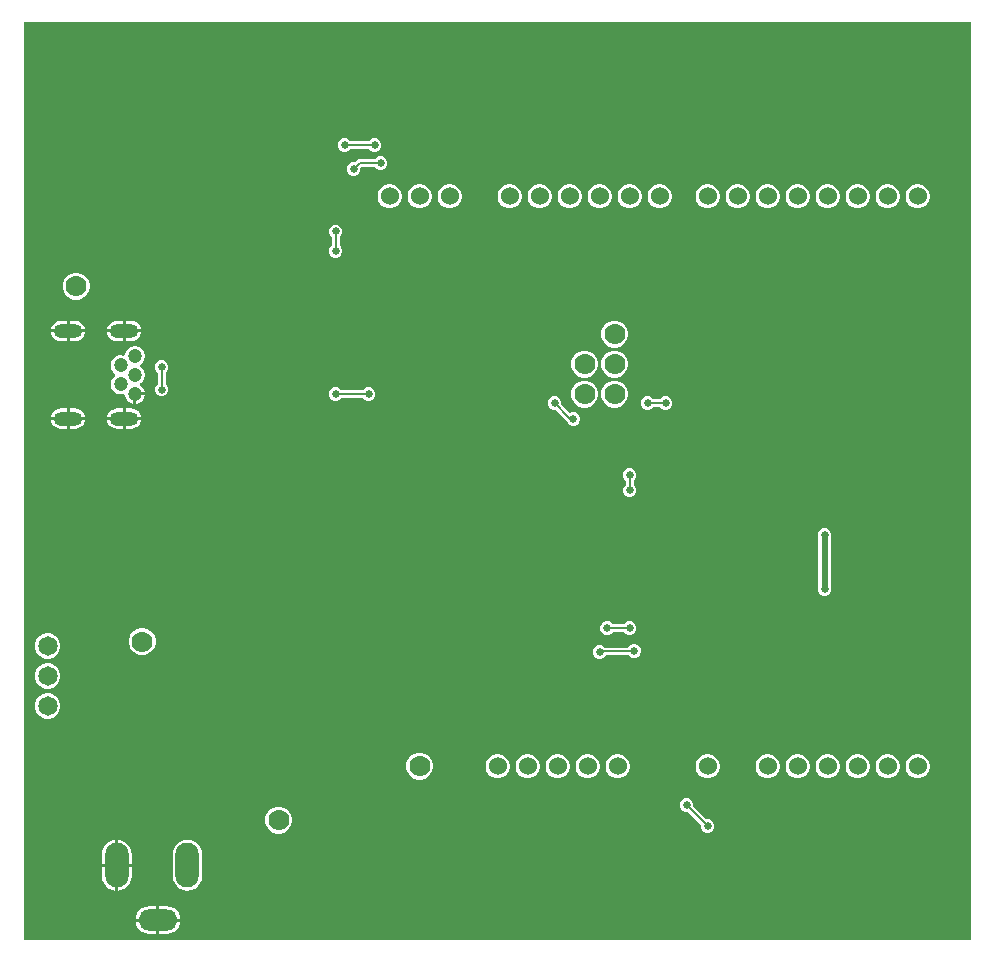
<source format=gbl>
G04*
G04 #@! TF.GenerationSoftware,Altium Limited,Altium Designer,21.8.1 (53)*
G04*
G04 Layer_Physical_Order=2*
G04 Layer_Color=16711680*
%FSLAX25Y25*%
%MOIN*%
G70*
G04*
G04 #@! TF.SameCoordinates,28AFC469-8C40-47C5-92FE-A73FC46FB42A*
G04*
G04*
G04 #@! TF.FilePolarity,Positive*
G04*
G01*
G75*
%ADD11C,0.00600*%
%ADD34C,0.02000*%
%ADD54C,0.06000*%
%ADD55C,0.07000*%
%ADD56O,0.09449X0.04724*%
%ADD57C,0.04724*%
%ADD58C,0.06496*%
%ADD59O,0.12992X0.07087*%
%ADD60O,0.07874X0.14961*%
%ADD61C,0.02500*%
G36*
X317961Y2039D02*
X2039D01*
Y307961D01*
X317961D01*
Y2039D01*
D02*
G37*
%LPC*%
G36*
X119448Y269250D02*
X118552D01*
X117726Y268907D01*
X117143Y268325D01*
X110856D01*
X110275Y268907D01*
X109448Y269250D01*
X108552D01*
X107726Y268907D01*
X107092Y268274D01*
X106750Y267448D01*
Y266552D01*
X107092Y265725D01*
X107726Y265092D01*
X108552Y264750D01*
X109448D01*
X110275Y265092D01*
X110856Y265674D01*
X117143D01*
X117726Y265092D01*
X118552Y264750D01*
X119448D01*
X120274Y265092D01*
X120907Y265725D01*
X121250Y266552D01*
Y267448D01*
X120907Y268274D01*
X120274Y268907D01*
X119448Y269250D01*
D02*
G37*
G36*
X121448Y263250D02*
X120552D01*
X119726Y262908D01*
X119143Y262326D01*
X114000D01*
X113493Y262225D01*
X113063Y261937D01*
X112375Y261250D01*
X111552D01*
X110725Y260908D01*
X110092Y260275D01*
X109750Y259448D01*
Y258552D01*
X110092Y257726D01*
X110725Y257092D01*
X111552Y256750D01*
X112448D01*
X113275Y257092D01*
X113908Y257726D01*
X114250Y258552D01*
Y259376D01*
X114549Y259675D01*
X119143D01*
X119726Y259092D01*
X120552Y258750D01*
X121448D01*
X122274Y259092D01*
X122907Y259725D01*
X123250Y260552D01*
Y261448D01*
X122907Y262275D01*
X122274Y262908D01*
X121448Y263250D01*
D02*
G37*
G36*
X300527Y254000D02*
X299473D01*
X298456Y253727D01*
X297544Y253201D01*
X296799Y252456D01*
X296273Y251544D01*
X296000Y250527D01*
Y249473D01*
X296273Y248456D01*
X296799Y247544D01*
X297544Y246799D01*
X298456Y246273D01*
X299473Y246000D01*
X300527D01*
X301544Y246273D01*
X302456Y246799D01*
X303201Y247544D01*
X303727Y248456D01*
X304000Y249473D01*
Y250527D01*
X303727Y251544D01*
X303201Y252456D01*
X302456Y253201D01*
X301544Y253727D01*
X300527Y254000D01*
D02*
G37*
G36*
X290527D02*
X289473D01*
X288456Y253727D01*
X287544Y253201D01*
X286799Y252456D01*
X286273Y251544D01*
X286000Y250527D01*
Y249473D01*
X286273Y248456D01*
X286799Y247544D01*
X287544Y246799D01*
X288456Y246273D01*
X289473Y246000D01*
X290527D01*
X291544Y246273D01*
X292456Y246799D01*
X293201Y247544D01*
X293727Y248456D01*
X294000Y249473D01*
Y250527D01*
X293727Y251544D01*
X293201Y252456D01*
X292456Y253201D01*
X291544Y253727D01*
X290527Y254000D01*
D02*
G37*
G36*
X280527D02*
X279473D01*
X278456Y253727D01*
X277544Y253201D01*
X276799Y252456D01*
X276273Y251544D01*
X276000Y250527D01*
Y249473D01*
X276273Y248456D01*
X276799Y247544D01*
X277544Y246799D01*
X278456Y246273D01*
X279473Y246000D01*
X280527D01*
X281544Y246273D01*
X282456Y246799D01*
X283201Y247544D01*
X283727Y248456D01*
X284000Y249473D01*
Y250527D01*
X283727Y251544D01*
X283201Y252456D01*
X282456Y253201D01*
X281544Y253727D01*
X280527Y254000D01*
D02*
G37*
G36*
X270527D02*
X269473D01*
X268456Y253727D01*
X267544Y253201D01*
X266799Y252456D01*
X266273Y251544D01*
X266000Y250527D01*
Y249473D01*
X266273Y248456D01*
X266799Y247544D01*
X267544Y246799D01*
X268456Y246273D01*
X269473Y246000D01*
X270527D01*
X271544Y246273D01*
X272456Y246799D01*
X273201Y247544D01*
X273727Y248456D01*
X274000Y249473D01*
Y250527D01*
X273727Y251544D01*
X273201Y252456D01*
X272456Y253201D01*
X271544Y253727D01*
X270527Y254000D01*
D02*
G37*
G36*
X260527D02*
X259473D01*
X258456Y253727D01*
X257544Y253201D01*
X256799Y252456D01*
X256273Y251544D01*
X256000Y250527D01*
Y249473D01*
X256273Y248456D01*
X256799Y247544D01*
X257544Y246799D01*
X258456Y246273D01*
X259473Y246000D01*
X260527D01*
X261544Y246273D01*
X262456Y246799D01*
X263201Y247544D01*
X263727Y248456D01*
X264000Y249473D01*
Y250527D01*
X263727Y251544D01*
X263201Y252456D01*
X262456Y253201D01*
X261544Y253727D01*
X260527Y254000D01*
D02*
G37*
G36*
X250527D02*
X249473D01*
X248456Y253727D01*
X247544Y253201D01*
X246799Y252456D01*
X246273Y251544D01*
X246000Y250527D01*
Y249473D01*
X246273Y248456D01*
X246799Y247544D01*
X247544Y246799D01*
X248456Y246273D01*
X249473Y246000D01*
X250527D01*
X251544Y246273D01*
X252456Y246799D01*
X253201Y247544D01*
X253727Y248456D01*
X254000Y249473D01*
Y250527D01*
X253727Y251544D01*
X253201Y252456D01*
X252456Y253201D01*
X251544Y253727D01*
X250527Y254000D01*
D02*
G37*
G36*
X240527D02*
X239473D01*
X238456Y253727D01*
X237544Y253201D01*
X236799Y252456D01*
X236273Y251544D01*
X236000Y250527D01*
Y249473D01*
X236273Y248456D01*
X236799Y247544D01*
X237544Y246799D01*
X238456Y246273D01*
X239473Y246000D01*
X240527D01*
X241544Y246273D01*
X242456Y246799D01*
X243201Y247544D01*
X243727Y248456D01*
X244000Y249473D01*
Y250527D01*
X243727Y251544D01*
X243201Y252456D01*
X242456Y253201D01*
X241544Y253727D01*
X240527Y254000D01*
D02*
G37*
G36*
X230527D02*
X229473D01*
X228456Y253727D01*
X227544Y253201D01*
X226799Y252456D01*
X226273Y251544D01*
X226000Y250527D01*
Y249473D01*
X226273Y248456D01*
X226799Y247544D01*
X227544Y246799D01*
X228456Y246273D01*
X229473Y246000D01*
X230527D01*
X231544Y246273D01*
X232456Y246799D01*
X233201Y247544D01*
X233727Y248456D01*
X234000Y249473D01*
Y250527D01*
X233727Y251544D01*
X233201Y252456D01*
X232456Y253201D01*
X231544Y253727D01*
X230527Y254000D01*
D02*
G37*
G36*
X214527D02*
X213473D01*
X212456Y253727D01*
X211544Y253201D01*
X210799Y252456D01*
X210273Y251544D01*
X210000Y250527D01*
Y249473D01*
X210273Y248456D01*
X210799Y247544D01*
X211544Y246799D01*
X212456Y246273D01*
X213473Y246000D01*
X214527D01*
X215544Y246273D01*
X216456Y246799D01*
X217201Y247544D01*
X217727Y248456D01*
X218000Y249473D01*
Y250527D01*
X217727Y251544D01*
X217201Y252456D01*
X216456Y253201D01*
X215544Y253727D01*
X214527Y254000D01*
D02*
G37*
G36*
X204527D02*
X203473D01*
X202456Y253727D01*
X201544Y253201D01*
X200799Y252456D01*
X200273Y251544D01*
X200000Y250527D01*
Y249473D01*
X200273Y248456D01*
X200799Y247544D01*
X201544Y246799D01*
X202456Y246273D01*
X203473Y246000D01*
X204527D01*
X205544Y246273D01*
X206456Y246799D01*
X207201Y247544D01*
X207727Y248456D01*
X208000Y249473D01*
Y250527D01*
X207727Y251544D01*
X207201Y252456D01*
X206456Y253201D01*
X205544Y253727D01*
X204527Y254000D01*
D02*
G37*
G36*
X194527D02*
X193473D01*
X192456Y253727D01*
X191544Y253201D01*
X190799Y252456D01*
X190273Y251544D01*
X190000Y250527D01*
Y249473D01*
X190273Y248456D01*
X190799Y247544D01*
X191544Y246799D01*
X192456Y246273D01*
X193473Y246000D01*
X194527D01*
X195544Y246273D01*
X196456Y246799D01*
X197201Y247544D01*
X197727Y248456D01*
X198000Y249473D01*
Y250527D01*
X197727Y251544D01*
X197201Y252456D01*
X196456Y253201D01*
X195544Y253727D01*
X194527Y254000D01*
D02*
G37*
G36*
X184527D02*
X183473D01*
X182456Y253727D01*
X181544Y253201D01*
X180799Y252456D01*
X180273Y251544D01*
X180000Y250527D01*
Y249473D01*
X180273Y248456D01*
X180799Y247544D01*
X181544Y246799D01*
X182456Y246273D01*
X183473Y246000D01*
X184527D01*
X185544Y246273D01*
X186456Y246799D01*
X187201Y247544D01*
X187727Y248456D01*
X188000Y249473D01*
Y250527D01*
X187727Y251544D01*
X187201Y252456D01*
X186456Y253201D01*
X185544Y253727D01*
X184527Y254000D01*
D02*
G37*
G36*
X174527D02*
X173473D01*
X172456Y253727D01*
X171544Y253201D01*
X170799Y252456D01*
X170273Y251544D01*
X170000Y250527D01*
Y249473D01*
X170273Y248456D01*
X170799Y247544D01*
X171544Y246799D01*
X172456Y246273D01*
X173473Y246000D01*
X174527D01*
X175544Y246273D01*
X176456Y246799D01*
X177201Y247544D01*
X177727Y248456D01*
X178000Y249473D01*
Y250527D01*
X177727Y251544D01*
X177201Y252456D01*
X176456Y253201D01*
X175544Y253727D01*
X174527Y254000D01*
D02*
G37*
G36*
X164527D02*
X163473D01*
X162456Y253727D01*
X161544Y253201D01*
X160799Y252456D01*
X160273Y251544D01*
X160000Y250527D01*
Y249473D01*
X160273Y248456D01*
X160799Y247544D01*
X161544Y246799D01*
X162456Y246273D01*
X163473Y246000D01*
X164527D01*
X165544Y246273D01*
X166456Y246799D01*
X167201Y247544D01*
X167727Y248456D01*
X168000Y249473D01*
Y250527D01*
X167727Y251544D01*
X167201Y252456D01*
X166456Y253201D01*
X165544Y253727D01*
X164527Y254000D01*
D02*
G37*
G36*
X144527D02*
X143473D01*
X142456Y253727D01*
X141544Y253201D01*
X140799Y252456D01*
X140273Y251544D01*
X140000Y250527D01*
Y249473D01*
X140273Y248456D01*
X140799Y247544D01*
X141544Y246799D01*
X142456Y246273D01*
X143473Y246000D01*
X144527D01*
X145544Y246273D01*
X146456Y246799D01*
X147201Y247544D01*
X147727Y248456D01*
X148000Y249473D01*
Y250527D01*
X147727Y251544D01*
X147201Y252456D01*
X146456Y253201D01*
X145544Y253727D01*
X144527Y254000D01*
D02*
G37*
G36*
X134527D02*
X133473D01*
X132456Y253727D01*
X131544Y253201D01*
X130799Y252456D01*
X130273Y251544D01*
X130000Y250527D01*
Y249473D01*
X130273Y248456D01*
X130799Y247544D01*
X131544Y246799D01*
X132456Y246273D01*
X133473Y246000D01*
X134527D01*
X135544Y246273D01*
X136456Y246799D01*
X137201Y247544D01*
X137727Y248456D01*
X138000Y249473D01*
Y250527D01*
X137727Y251544D01*
X137201Y252456D01*
X136456Y253201D01*
X135544Y253727D01*
X134527Y254000D01*
D02*
G37*
G36*
X124527D02*
X123473D01*
X122456Y253727D01*
X121544Y253201D01*
X120799Y252456D01*
X120273Y251544D01*
X120000Y250527D01*
Y249473D01*
X120273Y248456D01*
X120799Y247544D01*
X121544Y246799D01*
X122456Y246273D01*
X123473Y246000D01*
X124527D01*
X125544Y246273D01*
X126456Y246799D01*
X127201Y247544D01*
X127727Y248456D01*
X128000Y249473D01*
Y250527D01*
X127727Y251544D01*
X127201Y252456D01*
X126456Y253201D01*
X125544Y253727D01*
X124527Y254000D01*
D02*
G37*
G36*
X106448Y240500D02*
X105552D01*
X104726Y240158D01*
X104093Y239525D01*
X103750Y238698D01*
Y237802D01*
X104093Y236976D01*
X104674Y236393D01*
Y233607D01*
X104093Y233025D01*
X103750Y232198D01*
Y231302D01*
X104093Y230475D01*
X104726Y229842D01*
X105552Y229500D01*
X106448D01*
X107274Y229842D01*
X107907Y230475D01*
X108250Y231302D01*
Y232198D01*
X107907Y233025D01*
X107325Y233607D01*
Y236393D01*
X107907Y236976D01*
X108250Y237802D01*
Y238698D01*
X107907Y239525D01*
X107274Y240158D01*
X106448Y240500D01*
D02*
G37*
G36*
X20092Y224500D02*
X18908D01*
X17763Y224193D01*
X16737Y223601D01*
X15899Y222763D01*
X15307Y221737D01*
X15000Y220592D01*
Y219408D01*
X15307Y218263D01*
X15899Y217237D01*
X16737Y216399D01*
X17763Y215807D01*
X18908Y215500D01*
X20092D01*
X21237Y215807D01*
X22263Y216399D01*
X23101Y217237D01*
X23693Y218263D01*
X24000Y219408D01*
Y220592D01*
X23693Y221737D01*
X23101Y222763D01*
X22263Y223601D01*
X21237Y224193D01*
X20092Y224500D01*
D02*
G37*
G36*
X37938Y208537D02*
X36075D01*
Y205645D01*
X41263D01*
X41213Y206023D01*
X40874Y206841D01*
X40336Y207543D01*
X39633Y208082D01*
X38815Y208421D01*
X37938Y208537D01*
D02*
G37*
G36*
X19237D02*
X17375D01*
Y205645D01*
X22562D01*
X22512Y206023D01*
X22174Y206841D01*
X21635Y207543D01*
X20932Y208082D01*
X20114Y208421D01*
X19237Y208537D01*
D02*
G37*
G36*
X35075D02*
X33213D01*
X32335Y208421D01*
X31518Y208082D01*
X30815Y207543D01*
X30276Y206841D01*
X29937Y206023D01*
X29888Y205645D01*
X35075D01*
Y208537D01*
D02*
G37*
G36*
X16375D02*
X14512D01*
X13635Y208421D01*
X12817Y208082D01*
X12114Y207543D01*
X11575Y206841D01*
X11237Y206023D01*
X11187Y205645D01*
X16375D01*
Y208537D01*
D02*
G37*
G36*
X41263Y204645D02*
X36075D01*
Y201754D01*
X37938D01*
X38815Y201870D01*
X39633Y202209D01*
X40336Y202748D01*
X40874Y203450D01*
X41213Y204268D01*
X41263Y204645D01*
D02*
G37*
G36*
X35075D02*
X29888D01*
X29937Y204268D01*
X30276Y203450D01*
X30815Y202748D01*
X31518Y202209D01*
X32335Y201870D01*
X33213Y201754D01*
X35075D01*
Y204645D01*
D02*
G37*
G36*
X22562D02*
X17375D01*
Y201754D01*
X19237D01*
X20114Y201870D01*
X20932Y202209D01*
X21635Y202748D01*
X22174Y203450D01*
X22512Y204268D01*
X22562Y204645D01*
D02*
G37*
G36*
X16375D02*
X11187D01*
X11237Y204268D01*
X11575Y203450D01*
X12114Y202748D01*
X12817Y202209D01*
X13635Y201870D01*
X14512Y201754D01*
X16375D01*
Y204645D01*
D02*
G37*
G36*
X199592Y208500D02*
X198408D01*
X197263Y208193D01*
X196237Y207601D01*
X195399Y206763D01*
X194807Y205737D01*
X194500Y204592D01*
Y203408D01*
X194807Y202263D01*
X195399Y201237D01*
X196237Y200399D01*
X197263Y199807D01*
X198408Y199500D01*
X199592D01*
X200737Y199807D01*
X201763Y200399D01*
X202601Y201237D01*
X203193Y202263D01*
X203500Y203408D01*
Y204592D01*
X203193Y205737D01*
X202601Y206763D01*
X201763Y207601D01*
X200737Y208193D01*
X199592Y208500D01*
D02*
G37*
G36*
X39568Y200083D02*
X38683D01*
X37828Y199854D01*
X37061Y199411D01*
X36435Y198785D01*
X35992Y198018D01*
X35763Y197163D01*
X35263Y196817D01*
X34829Y196934D01*
X33944D01*
X33089Y196705D01*
X32322Y196262D01*
X31696Y195636D01*
X31253Y194869D01*
X31024Y194014D01*
Y193129D01*
X31253Y192274D01*
X31696Y191507D01*
X32322Y190881D01*
X32617Y190711D01*
Y190133D01*
X32322Y189963D01*
X31696Y189337D01*
X31253Y188570D01*
X31024Y187715D01*
Y186830D01*
X31253Y185975D01*
X31696Y185208D01*
X32322Y184582D01*
X33089Y184139D01*
X33944Y183910D01*
X34829D01*
X35263Y184027D01*
X35763Y183680D01*
X35992Y182825D01*
X36435Y182058D01*
X37061Y181432D01*
X37828Y180989D01*
X38625Y180776D01*
Y184123D01*
X39125D01*
Y184623D01*
X42472D01*
X42259Y185420D01*
X41816Y186187D01*
X41190Y186813D01*
X40895Y186983D01*
Y187561D01*
X41190Y187731D01*
X41816Y188357D01*
X42259Y189124D01*
X42488Y189979D01*
Y190864D01*
X42259Y191719D01*
X41816Y192486D01*
X41190Y193112D01*
X40895Y193282D01*
Y193860D01*
X41190Y194030D01*
X41816Y194656D01*
X42259Y195423D01*
X42488Y196278D01*
Y197163D01*
X42259Y198018D01*
X41816Y198785D01*
X41190Y199411D01*
X40423Y199854D01*
X39568Y200083D01*
D02*
G37*
G36*
X199592Y198500D02*
X198408D01*
X197263Y198193D01*
X196237Y197601D01*
X195399Y196763D01*
X194807Y195737D01*
X194500Y194592D01*
Y193408D01*
X194807Y192263D01*
X195399Y191237D01*
X196237Y190399D01*
X197263Y189807D01*
X198408Y189500D01*
X199592D01*
X200737Y189807D01*
X201763Y190399D01*
X202601Y191237D01*
X203193Y192263D01*
X203500Y193408D01*
Y194592D01*
X203193Y195737D01*
X202601Y196763D01*
X201763Y197601D01*
X200737Y198193D01*
X199592Y198500D01*
D02*
G37*
G36*
X189592D02*
X188408D01*
X187263Y198193D01*
X186237Y197601D01*
X185399Y196763D01*
X184807Y195737D01*
X184500Y194592D01*
Y193408D01*
X184807Y192263D01*
X185399Y191237D01*
X186237Y190399D01*
X187263Y189807D01*
X188408Y189500D01*
X189592D01*
X190737Y189807D01*
X191763Y190399D01*
X192601Y191237D01*
X193193Y192263D01*
X193500Y193408D01*
Y194592D01*
X193193Y195737D01*
X192601Y196763D01*
X191763Y197601D01*
X190737Y198193D01*
X189592Y198500D01*
D02*
G37*
G36*
X117448Y186250D02*
X116552D01*
X115726Y185907D01*
X115144Y185326D01*
X107857D01*
X107274Y185907D01*
X106448Y186250D01*
X105552D01*
X104726Y185907D01*
X104093Y185275D01*
X103750Y184448D01*
Y183552D01*
X104093Y182726D01*
X104726Y182092D01*
X105552Y181750D01*
X106448D01*
X107274Y182092D01*
X107857Y182675D01*
X115144D01*
X115726Y182092D01*
X116552Y181750D01*
X117448D01*
X118274Y182092D01*
X118907Y182726D01*
X119250Y183552D01*
Y184448D01*
X118907Y185275D01*
X118274Y185907D01*
X117448Y186250D01*
D02*
G37*
G36*
X48448Y195250D02*
X47552D01*
X46725Y194907D01*
X46093Y194274D01*
X45750Y193448D01*
Y192552D01*
X46093Y191726D01*
X46674Y191144D01*
Y187356D01*
X46093Y186775D01*
X45750Y185948D01*
Y185052D01*
X46093Y184225D01*
X46725Y183592D01*
X47552Y183250D01*
X48448D01*
X49275Y183592D01*
X49907Y184225D01*
X50250Y185052D01*
Y185948D01*
X49907Y186775D01*
X49325Y187356D01*
Y191144D01*
X49907Y191726D01*
X50250Y192552D01*
Y193448D01*
X49907Y194274D01*
X49275Y194907D01*
X48448Y195250D01*
D02*
G37*
G36*
X216448Y183250D02*
X215552D01*
X214725Y182907D01*
X214143Y182325D01*
X211857D01*
X211275Y182907D01*
X210448Y183250D01*
X209552D01*
X208726Y182907D01*
X208092Y182274D01*
X207750Y181448D01*
Y180552D01*
X208092Y179726D01*
X208726Y179093D01*
X209552Y178750D01*
X210448D01*
X211275Y179093D01*
X211857Y179674D01*
X214143D01*
X214725Y179093D01*
X215552Y178750D01*
X216448D01*
X217274Y179093D01*
X217908Y179726D01*
X218250Y180552D01*
Y181448D01*
X217908Y182274D01*
X217274Y182907D01*
X216448Y183250D01*
D02*
G37*
G36*
X42472Y183623D02*
X39625D01*
Y180776D01*
X40423Y180989D01*
X41190Y181432D01*
X41816Y182058D01*
X42259Y182825D01*
X42472Y183623D01*
D02*
G37*
G36*
X199592Y188500D02*
X198408D01*
X197263Y188193D01*
X196237Y187601D01*
X195399Y186763D01*
X194807Y185737D01*
X194500Y184592D01*
Y183408D01*
X194807Y182263D01*
X195399Y181237D01*
X196237Y180399D01*
X197263Y179807D01*
X198408Y179500D01*
X199592D01*
X200737Y179807D01*
X201763Y180399D01*
X202601Y181237D01*
X203193Y182263D01*
X203500Y183408D01*
Y184592D01*
X203193Y185737D01*
X202601Y186763D01*
X201763Y187601D01*
X200737Y188193D01*
X199592Y188500D01*
D02*
G37*
G36*
X189592D02*
X188408D01*
X187263Y188193D01*
X186237Y187601D01*
X185399Y186763D01*
X184807Y185737D01*
X184500Y184592D01*
Y183408D01*
X184807Y182263D01*
X185399Y181237D01*
X186237Y180399D01*
X187263Y179807D01*
X188408Y179500D01*
X189592D01*
X190737Y179807D01*
X191763Y180399D01*
X192601Y181237D01*
X193193Y182263D01*
X193500Y183408D01*
Y184592D01*
X193193Y185737D01*
X192601Y186763D01*
X191763Y187601D01*
X190737Y188193D01*
X189592Y188500D01*
D02*
G37*
G36*
X37938Y179246D02*
X36075D01*
Y176355D01*
X41263D01*
X41213Y176732D01*
X40874Y177550D01*
X40336Y178252D01*
X39633Y178791D01*
X38815Y179130D01*
X37938Y179246D01*
D02*
G37*
G36*
X19237D02*
X17375D01*
Y176355D01*
X22562D01*
X22512Y176732D01*
X22174Y177550D01*
X21635Y178252D01*
X20932Y178791D01*
X20114Y179130D01*
X19237Y179246D01*
D02*
G37*
G36*
X35075D02*
X33213D01*
X32335Y179130D01*
X31518Y178791D01*
X30815Y178252D01*
X30276Y177550D01*
X29937Y176732D01*
X29888Y176355D01*
X35075D01*
Y179246D01*
D02*
G37*
G36*
X16375D02*
X14512D01*
X13635Y179130D01*
X12817Y178791D01*
X12114Y178252D01*
X11575Y177550D01*
X11237Y176732D01*
X11187Y176355D01*
X16375D01*
Y179246D01*
D02*
G37*
G36*
X179448Y183250D02*
X178552D01*
X177726Y182907D01*
X177093Y182274D01*
X176750Y181448D01*
Y180552D01*
X177093Y179726D01*
X177726Y179093D01*
X178552Y178750D01*
X179376D01*
X182997Y175128D01*
X183140Y175033D01*
X183391Y174427D01*
X184024Y173794D01*
X184851Y173452D01*
X185746D01*
X186573Y173794D01*
X187206Y174427D01*
X187548Y175254D01*
Y176149D01*
X187206Y176976D01*
X186573Y177609D01*
X185746Y177952D01*
X184851D01*
X184194Y177680D01*
X181250Y180624D01*
Y181448D01*
X180907Y182274D01*
X180274Y182907D01*
X179448Y183250D01*
D02*
G37*
G36*
X41263Y175355D02*
X36075D01*
Y172463D01*
X37938D01*
X38815Y172579D01*
X39633Y172918D01*
X40336Y173457D01*
X40874Y174159D01*
X41213Y174977D01*
X41263Y175355D01*
D02*
G37*
G36*
X35075D02*
X29888D01*
X29937Y174977D01*
X30276Y174159D01*
X30815Y173457D01*
X31518Y172918D01*
X32335Y172579D01*
X33213Y172463D01*
X35075D01*
Y175355D01*
D02*
G37*
G36*
X22562D02*
X17375D01*
Y172463D01*
X19237D01*
X20114Y172579D01*
X20932Y172918D01*
X21635Y173457D01*
X22174Y174159D01*
X22512Y174977D01*
X22562Y175355D01*
D02*
G37*
G36*
X16375D02*
X11187D01*
X11237Y174977D01*
X11575Y174159D01*
X12114Y173457D01*
X12817Y172918D01*
X13635Y172579D01*
X14512Y172463D01*
X16375D01*
Y175355D01*
D02*
G37*
G36*
X204448Y159250D02*
X203552D01*
X202726Y158907D01*
X202093Y158274D01*
X201750Y157448D01*
Y156552D01*
X202093Y155726D01*
X202675Y155143D01*
Y153756D01*
X202093Y153174D01*
X201750Y152348D01*
Y151452D01*
X202093Y150626D01*
X202726Y149993D01*
X203552Y149650D01*
X204448D01*
X205275Y149993D01*
X205908Y150626D01*
X206250Y151452D01*
Y152348D01*
X205908Y153174D01*
X205326Y153756D01*
Y155143D01*
X205908Y155726D01*
X206250Y156552D01*
Y157448D01*
X205908Y158274D01*
X205275Y158907D01*
X204448Y159250D01*
D02*
G37*
G36*
X269448Y139250D02*
X268552D01*
X267725Y138908D01*
X267092Y138275D01*
X266750Y137448D01*
Y136552D01*
X266961Y136044D01*
Y119957D01*
X266750Y119448D01*
Y118552D01*
X267092Y117726D01*
X267725Y117093D01*
X268552Y116750D01*
X269448D01*
X270274Y117093D01*
X270907Y117726D01*
X271250Y118552D01*
Y119448D01*
X271039Y119957D01*
Y136044D01*
X271250Y136552D01*
Y137448D01*
X270907Y138275D01*
X270274Y138908D01*
X269448Y139250D01*
D02*
G37*
G36*
X204448Y108250D02*
X203552D01*
X202726Y107907D01*
X202144Y107325D01*
X198407D01*
X197825Y107907D01*
X196998Y108250D01*
X196102D01*
X195275Y107907D01*
X194642Y107274D01*
X194300Y106448D01*
Y105552D01*
X194642Y104726D01*
X195275Y104093D01*
X196102Y103750D01*
X196998D01*
X197825Y104093D01*
X198407Y104674D01*
X202144D01*
X202726Y104093D01*
X203552Y103750D01*
X204448D01*
X205275Y104093D01*
X205908Y104726D01*
X206250Y105552D01*
Y106448D01*
X205908Y107274D01*
X205275Y107907D01*
X204448Y108250D01*
D02*
G37*
G36*
X205948Y100698D02*
X205052D01*
X204225Y100355D01*
X203592Y99722D01*
X203521Y99549D01*
X195633D01*
X195274Y99907D01*
X194448Y100250D01*
X193552D01*
X192726Y99907D01*
X192093Y99274D01*
X191750Y98448D01*
Y97552D01*
X192093Y96725D01*
X192726Y96092D01*
X193552Y95750D01*
X194448D01*
X195274Y96092D01*
X195907Y96725D01*
X195979Y96898D01*
X203867D01*
X204225Y96540D01*
X205052Y96198D01*
X205948D01*
X206774Y96540D01*
X207407Y97173D01*
X207750Y98000D01*
Y98895D01*
X207407Y99722D01*
X206774Y100355D01*
X205948Y100698D01*
D02*
G37*
G36*
X42092Y106000D02*
X40908D01*
X39763Y105693D01*
X38737Y105101D01*
X37899Y104263D01*
X37307Y103237D01*
X37000Y102092D01*
Y100908D01*
X37307Y99763D01*
X37899Y98737D01*
X38737Y97899D01*
X39763Y97307D01*
X40908Y97000D01*
X42092D01*
X43237Y97307D01*
X44263Y97899D01*
X45101Y98737D01*
X45693Y99763D01*
X46000Y100908D01*
Y102092D01*
X45693Y103237D01*
X45101Y104263D01*
X44263Y105101D01*
X43237Y105693D01*
X42092Y106000D01*
D02*
G37*
G36*
X10559Y104248D02*
X9441D01*
X8360Y103958D01*
X7392Y103399D01*
X6601Y102608D01*
X6041Y101640D01*
X5752Y100559D01*
Y99441D01*
X6041Y98360D01*
X6601Y97392D01*
X7392Y96601D01*
X8360Y96042D01*
X9441Y95752D01*
X10559D01*
X11640Y96042D01*
X12608Y96601D01*
X13399Y97392D01*
X13959Y98360D01*
X14248Y99441D01*
Y100559D01*
X13959Y101640D01*
X13399Y102608D01*
X12608Y103399D01*
X11640Y103958D01*
X10559Y104248D01*
D02*
G37*
G36*
Y94248D02*
X9441D01*
X8360Y93958D01*
X7392Y93399D01*
X6601Y92608D01*
X6041Y91640D01*
X5752Y90559D01*
Y89441D01*
X6041Y88360D01*
X6601Y87392D01*
X7392Y86601D01*
X8360Y86041D01*
X9441Y85752D01*
X10559D01*
X11640Y86041D01*
X12608Y86601D01*
X13399Y87392D01*
X13959Y88360D01*
X14248Y89441D01*
Y90559D01*
X13959Y91640D01*
X13399Y92608D01*
X12608Y93399D01*
X11640Y93958D01*
X10559Y94248D01*
D02*
G37*
G36*
Y84248D02*
X9441D01*
X8360Y83959D01*
X7392Y83399D01*
X6601Y82608D01*
X6041Y81640D01*
X5752Y80559D01*
Y79441D01*
X6041Y78360D01*
X6601Y77392D01*
X7392Y76601D01*
X8360Y76042D01*
X9441Y75752D01*
X10559D01*
X11640Y76042D01*
X12608Y76601D01*
X13399Y77392D01*
X13959Y78360D01*
X14248Y79441D01*
Y80559D01*
X13959Y81640D01*
X13399Y82608D01*
X12608Y83399D01*
X11640Y83959D01*
X10559Y84248D01*
D02*
G37*
G36*
X300527Y64000D02*
X299473D01*
X298456Y63727D01*
X297544Y63201D01*
X296799Y62456D01*
X296273Y61544D01*
X296000Y60527D01*
Y59473D01*
X296273Y58456D01*
X296799Y57544D01*
X297544Y56799D01*
X298456Y56273D01*
X299473Y56000D01*
X300527D01*
X301544Y56273D01*
X302456Y56799D01*
X303201Y57544D01*
X303727Y58456D01*
X304000Y59473D01*
Y60527D01*
X303727Y61544D01*
X303201Y62456D01*
X302456Y63201D01*
X301544Y63727D01*
X300527Y64000D01*
D02*
G37*
G36*
X290527D02*
X289473D01*
X288456Y63727D01*
X287544Y63201D01*
X286799Y62456D01*
X286273Y61544D01*
X286000Y60527D01*
Y59473D01*
X286273Y58456D01*
X286799Y57544D01*
X287544Y56799D01*
X288456Y56273D01*
X289473Y56000D01*
X290527D01*
X291544Y56273D01*
X292456Y56799D01*
X293201Y57544D01*
X293727Y58456D01*
X294000Y59473D01*
Y60527D01*
X293727Y61544D01*
X293201Y62456D01*
X292456Y63201D01*
X291544Y63727D01*
X290527Y64000D01*
D02*
G37*
G36*
X280527D02*
X279473D01*
X278456Y63727D01*
X277544Y63201D01*
X276799Y62456D01*
X276273Y61544D01*
X276000Y60527D01*
Y59473D01*
X276273Y58456D01*
X276799Y57544D01*
X277544Y56799D01*
X278456Y56273D01*
X279473Y56000D01*
X280527D01*
X281544Y56273D01*
X282456Y56799D01*
X283201Y57544D01*
X283727Y58456D01*
X284000Y59473D01*
Y60527D01*
X283727Y61544D01*
X283201Y62456D01*
X282456Y63201D01*
X281544Y63727D01*
X280527Y64000D01*
D02*
G37*
G36*
X270527D02*
X269473D01*
X268456Y63727D01*
X267544Y63201D01*
X266799Y62456D01*
X266273Y61544D01*
X266000Y60527D01*
Y59473D01*
X266273Y58456D01*
X266799Y57544D01*
X267544Y56799D01*
X268456Y56273D01*
X269473Y56000D01*
X270527D01*
X271544Y56273D01*
X272456Y56799D01*
X273201Y57544D01*
X273727Y58456D01*
X274000Y59473D01*
Y60527D01*
X273727Y61544D01*
X273201Y62456D01*
X272456Y63201D01*
X271544Y63727D01*
X270527Y64000D01*
D02*
G37*
G36*
X260527D02*
X259473D01*
X258456Y63727D01*
X257544Y63201D01*
X256799Y62456D01*
X256273Y61544D01*
X256000Y60527D01*
Y59473D01*
X256273Y58456D01*
X256799Y57544D01*
X257544Y56799D01*
X258456Y56273D01*
X259473Y56000D01*
X260527D01*
X261544Y56273D01*
X262456Y56799D01*
X263201Y57544D01*
X263727Y58456D01*
X264000Y59473D01*
Y60527D01*
X263727Y61544D01*
X263201Y62456D01*
X262456Y63201D01*
X261544Y63727D01*
X260527Y64000D01*
D02*
G37*
G36*
X250527D02*
X249473D01*
X248456Y63727D01*
X247544Y63201D01*
X246799Y62456D01*
X246273Y61544D01*
X246000Y60527D01*
Y59473D01*
X246273Y58456D01*
X246799Y57544D01*
X247544Y56799D01*
X248456Y56273D01*
X249473Y56000D01*
X250527D01*
X251544Y56273D01*
X252456Y56799D01*
X253201Y57544D01*
X253727Y58456D01*
X254000Y59473D01*
Y60527D01*
X253727Y61544D01*
X253201Y62456D01*
X252456Y63201D01*
X251544Y63727D01*
X250527Y64000D01*
D02*
G37*
G36*
X230527D02*
X229473D01*
X228456Y63727D01*
X227544Y63201D01*
X226799Y62456D01*
X226273Y61544D01*
X226000Y60527D01*
Y59473D01*
X226273Y58456D01*
X226799Y57544D01*
X227544Y56799D01*
X228456Y56273D01*
X229473Y56000D01*
X230527D01*
X231544Y56273D01*
X232456Y56799D01*
X233201Y57544D01*
X233727Y58456D01*
X234000Y59473D01*
Y60527D01*
X233727Y61544D01*
X233201Y62456D01*
X232456Y63201D01*
X231544Y63727D01*
X230527Y64000D01*
D02*
G37*
G36*
X200527D02*
X199473D01*
X198456Y63727D01*
X197544Y63201D01*
X196799Y62456D01*
X196273Y61544D01*
X196000Y60527D01*
Y59473D01*
X196273Y58456D01*
X196799Y57544D01*
X197544Y56799D01*
X198456Y56273D01*
X199473Y56000D01*
X200527D01*
X201544Y56273D01*
X202456Y56799D01*
X203201Y57544D01*
X203727Y58456D01*
X204000Y59473D01*
Y60527D01*
X203727Y61544D01*
X203201Y62456D01*
X202456Y63201D01*
X201544Y63727D01*
X200527Y64000D01*
D02*
G37*
G36*
X190527D02*
X189473D01*
X188456Y63727D01*
X187544Y63201D01*
X186799Y62456D01*
X186273Y61544D01*
X186000Y60527D01*
Y59473D01*
X186273Y58456D01*
X186799Y57544D01*
X187544Y56799D01*
X188456Y56273D01*
X189473Y56000D01*
X190527D01*
X191544Y56273D01*
X192456Y56799D01*
X193201Y57544D01*
X193727Y58456D01*
X194000Y59473D01*
Y60527D01*
X193727Y61544D01*
X193201Y62456D01*
X192456Y63201D01*
X191544Y63727D01*
X190527Y64000D01*
D02*
G37*
G36*
X180527D02*
X179473D01*
X178456Y63727D01*
X177544Y63201D01*
X176799Y62456D01*
X176273Y61544D01*
X176000Y60527D01*
Y59473D01*
X176273Y58456D01*
X176799Y57544D01*
X177544Y56799D01*
X178456Y56273D01*
X179473Y56000D01*
X180527D01*
X181544Y56273D01*
X182456Y56799D01*
X183201Y57544D01*
X183727Y58456D01*
X184000Y59473D01*
Y60527D01*
X183727Y61544D01*
X183201Y62456D01*
X182456Y63201D01*
X181544Y63727D01*
X180527Y64000D01*
D02*
G37*
G36*
X170527D02*
X169473D01*
X168456Y63727D01*
X167544Y63201D01*
X166799Y62456D01*
X166273Y61544D01*
X166000Y60527D01*
Y59473D01*
X166273Y58456D01*
X166799Y57544D01*
X167544Y56799D01*
X168456Y56273D01*
X169473Y56000D01*
X170527D01*
X171544Y56273D01*
X172456Y56799D01*
X173201Y57544D01*
X173727Y58456D01*
X174000Y59473D01*
Y60527D01*
X173727Y61544D01*
X173201Y62456D01*
X172456Y63201D01*
X171544Y63727D01*
X170527Y64000D01*
D02*
G37*
G36*
X160527D02*
X159473D01*
X158456Y63727D01*
X157544Y63201D01*
X156799Y62456D01*
X156273Y61544D01*
X156000Y60527D01*
Y59473D01*
X156273Y58456D01*
X156799Y57544D01*
X157544Y56799D01*
X158456Y56273D01*
X159473Y56000D01*
X160527D01*
X161544Y56273D01*
X162456Y56799D01*
X163201Y57544D01*
X163727Y58456D01*
X164000Y59473D01*
Y60527D01*
X163727Y61544D01*
X163201Y62456D01*
X162456Y63201D01*
X161544Y63727D01*
X160527Y64000D01*
D02*
G37*
G36*
X134592Y64500D02*
X133408D01*
X132263Y64193D01*
X131237Y63601D01*
X130399Y62763D01*
X129807Y61737D01*
X129500Y60592D01*
Y59408D01*
X129807Y58263D01*
X130399Y57237D01*
X131237Y56399D01*
X132263Y55807D01*
X133408Y55500D01*
X134592D01*
X135737Y55807D01*
X136763Y56399D01*
X137601Y57237D01*
X138193Y58263D01*
X138500Y59408D01*
Y60592D01*
X138193Y61737D01*
X137601Y62763D01*
X136763Y63601D01*
X135737Y64193D01*
X134592Y64500D01*
D02*
G37*
G36*
X223448Y49250D02*
X222552D01*
X221726Y48908D01*
X221093Y48274D01*
X220750Y47448D01*
Y46552D01*
X221093Y45726D01*
X221726Y45092D01*
X222552Y44750D01*
X223376D01*
X227750Y40376D01*
Y39552D01*
X228093Y38726D01*
X228726Y38092D01*
X229552Y37750D01*
X230448D01*
X231275Y38092D01*
X231908Y38726D01*
X232250Y39552D01*
Y40448D01*
X231908Y41274D01*
X231275Y41908D01*
X230448Y42250D01*
X229625D01*
X225250Y46624D01*
Y47448D01*
X224907Y48274D01*
X224274Y48908D01*
X223448Y49250D01*
D02*
G37*
G36*
X87592Y46500D02*
X86408D01*
X85263Y46193D01*
X84237Y45601D01*
X83399Y44763D01*
X82807Y43737D01*
X82500Y42592D01*
Y41408D01*
X82807Y40263D01*
X83399Y39237D01*
X84237Y38399D01*
X85263Y37807D01*
X86408Y37500D01*
X87592D01*
X88737Y37807D01*
X89763Y38399D01*
X90601Y39237D01*
X91193Y40263D01*
X91500Y41408D01*
Y42592D01*
X91193Y43737D01*
X90601Y44763D01*
X89763Y45601D01*
X88737Y46193D01*
X87592Y46500D01*
D02*
G37*
G36*
X33500Y35457D02*
Y27500D01*
X37980D01*
Y30543D01*
X37810Y31832D01*
X37312Y33033D01*
X36521Y34064D01*
X35490Y34856D01*
X34289Y35353D01*
X33500Y35457D01*
D02*
G37*
G36*
X32500D02*
X31711Y35353D01*
X30510Y34856D01*
X29479Y34064D01*
X28688Y33033D01*
X28190Y31832D01*
X28020Y30543D01*
Y27500D01*
X32500D01*
Y35457D01*
D02*
G37*
G36*
X37980Y26500D02*
X33500D01*
Y18543D01*
X34289Y18647D01*
X35490Y19144D01*
X36521Y19936D01*
X37312Y20967D01*
X37810Y22168D01*
X37980Y23457D01*
Y26500D01*
D02*
G37*
G36*
X32500D02*
X28020D01*
Y23457D01*
X28190Y22168D01*
X28688Y20967D01*
X29479Y19936D01*
X30510Y19144D01*
X31711Y18647D01*
X32500Y18543D01*
Y26500D01*
D02*
G37*
G36*
X56622Y35523D02*
X55333Y35353D01*
X54132Y34856D01*
X53101Y34064D01*
X52310Y33033D01*
X51812Y31832D01*
X51642Y30543D01*
Y23457D01*
X51812Y22168D01*
X52310Y20967D01*
X53101Y19936D01*
X54132Y19144D01*
X55333Y18647D01*
X56622Y18477D01*
X57911Y18647D01*
X59112Y19144D01*
X60143Y19936D01*
X60935Y20967D01*
X61432Y22168D01*
X61602Y23457D01*
Y30543D01*
X61432Y31832D01*
X60935Y33033D01*
X60143Y34064D01*
X59112Y34856D01*
X57911Y35353D01*
X56622Y35523D01*
D02*
G37*
G36*
X49732Y13275D02*
X47280D01*
Y9193D01*
X54249D01*
X54159Y9879D01*
X53701Y10984D01*
X52973Y11933D01*
X52024Y12662D01*
X50918Y13119D01*
X49732Y13275D01*
D02*
G37*
G36*
X46279D02*
X43827D01*
X42641Y13119D01*
X41535Y12662D01*
X40587Y11933D01*
X39858Y10984D01*
X39400Y9879D01*
X39310Y9193D01*
X46279D01*
Y13275D01*
D02*
G37*
G36*
X54249Y8193D02*
X47280D01*
Y4110D01*
X49732D01*
X50918Y4267D01*
X52024Y4724D01*
X52973Y5453D01*
X53701Y6402D01*
X54159Y7507D01*
X54249Y8193D01*
D02*
G37*
G36*
X46279D02*
X39310D01*
X39400Y7507D01*
X39858Y6402D01*
X40587Y5453D01*
X41535Y4724D01*
X42641Y4267D01*
X43827Y4110D01*
X46279D01*
Y8193D01*
D02*
G37*
%LPD*%
D11*
X106000Y231750D02*
Y238250D01*
X109000Y267000D02*
X119000D01*
X112000Y259000D02*
X114000Y261000D01*
X121000D01*
X183935Y176065D02*
X184934D01*
X179000Y181000D02*
X183935Y176065D01*
X184934D02*
X185298Y175702D01*
X106000Y184000D02*
X117000D01*
X194000Y98000D02*
X194224Y98224D01*
X205276D01*
X205500Y98448D01*
X204000Y151900D02*
Y157000D01*
X196550Y106000D02*
X204000D01*
X223000Y47000D02*
X230000Y40000D01*
X210000Y181000D02*
X216000D01*
X48000Y185500D02*
Y193000D01*
D34*
X269000Y119000D02*
Y137000D01*
D54*
X300000Y30000D02*
D03*
X290000D02*
D03*
X280000D02*
D03*
X270000D02*
D03*
X260000D02*
D03*
X250000D02*
D03*
X124000Y280000D02*
D03*
X134000D02*
D03*
X144000D02*
D03*
X154000D02*
D03*
X164000D02*
D03*
X174000D02*
D03*
X184000D02*
D03*
X194000D02*
D03*
X204000D02*
D03*
X214000D02*
D03*
X300000D02*
D03*
X290000D02*
D03*
X280000D02*
D03*
X270000D02*
D03*
X260000D02*
D03*
X250000D02*
D03*
X240000D02*
D03*
X230000D02*
D03*
X250000Y60000D02*
D03*
X260000D02*
D03*
X270000D02*
D03*
X280000D02*
D03*
X290000D02*
D03*
X300000D02*
D03*
X160000D02*
D03*
X170000D02*
D03*
X180000D02*
D03*
X190000D02*
D03*
X200000D02*
D03*
X210000D02*
D03*
X220000D02*
D03*
X230000D02*
D03*
X160000Y30000D02*
D03*
X170000D02*
D03*
X180000D02*
D03*
X190000D02*
D03*
X200000D02*
D03*
X210000D02*
D03*
X220000D02*
D03*
X230000D02*
D03*
X300000Y250000D02*
D03*
X290000D02*
D03*
X280000D02*
D03*
X270000D02*
D03*
X260000D02*
D03*
X250000D02*
D03*
X240000D02*
D03*
X230000D02*
D03*
X214000D02*
D03*
X204000D02*
D03*
X194000D02*
D03*
X184000D02*
D03*
X174000D02*
D03*
X164000D02*
D03*
X154000D02*
D03*
X144000D02*
D03*
X134000D02*
D03*
X124000D02*
D03*
D55*
X114000Y60000D02*
D03*
X104000D02*
D03*
X134000D02*
D03*
X124000D02*
D03*
X19500Y240000D02*
D03*
Y250000D02*
D03*
Y220000D02*
D03*
Y230000D02*
D03*
X51500Y101500D02*
D03*
X41500D02*
D03*
X71500D02*
D03*
X61500D02*
D03*
X87000Y32000D02*
D03*
Y42000D02*
D03*
Y12000D02*
D03*
Y22000D02*
D03*
X199000Y184000D02*
D03*
X189000D02*
D03*
X199000Y194000D02*
D03*
X189000D02*
D03*
X199000Y204000D02*
D03*
X189000D02*
D03*
D56*
X16875Y175855D02*
D03*
X35575D02*
D03*
Y205146D02*
D03*
X16875D02*
D03*
D57*
X39125Y196721D02*
D03*
X34386Y193571D02*
D03*
Y187273D02*
D03*
X39125Y190421D02*
D03*
Y184123D02*
D03*
D58*
X10000Y100000D02*
D03*
Y90000D02*
D03*
Y80000D02*
D03*
D59*
X46780Y8693D02*
D03*
D60*
X33000Y27000D02*
D03*
X56622D02*
D03*
D61*
X54000Y158250D02*
D03*
X106000Y231750D02*
D03*
Y238250D02*
D03*
X119000Y267000D02*
D03*
X109000D02*
D03*
X112000Y259000D02*
D03*
X121000Y261000D02*
D03*
X179000Y181000D02*
D03*
X185298Y175702D02*
D03*
X117000Y184000D02*
D03*
X106000D02*
D03*
X86000Y197000D02*
D03*
X88000Y194000D02*
D03*
X205500Y98448D02*
D03*
X204000Y151900D02*
D03*
Y157000D02*
D03*
X190697Y166697D02*
D03*
X204000Y106000D02*
D03*
X194000Y98000D02*
D03*
X196550Y106000D02*
D03*
X230000Y40000D02*
D03*
X223000Y47000D02*
D03*
X209100Y144900D02*
D03*
X251152Y141252D02*
D03*
X269000Y137000D02*
D03*
Y119000D02*
D03*
X216000Y181000D02*
D03*
X210000D02*
D03*
X181000Y204000D02*
D03*
X168468Y215531D02*
D03*
X83150Y137324D02*
D03*
X262838Y176338D02*
D03*
X275500Y149000D02*
D03*
X273000Y159000D02*
D03*
X251400Y147950D02*
D03*
X275307Y161000D02*
D03*
X279000Y163500D02*
D03*
X53500Y267500D02*
D03*
X8500Y297500D02*
D03*
X38492Y296492D02*
D03*
X48000Y185500D02*
D03*
Y193000D02*
D03*
X99500Y212500D02*
D03*
X91000Y192500D02*
D03*
X63000Y213500D02*
D03*
X40000Y237000D02*
D03*
X48500Y128500D02*
D03*
X22500Y118000D02*
D03*
X67000Y128000D02*
D03*
X25000Y74000D02*
D03*
X39000Y53000D02*
D03*
M02*

</source>
